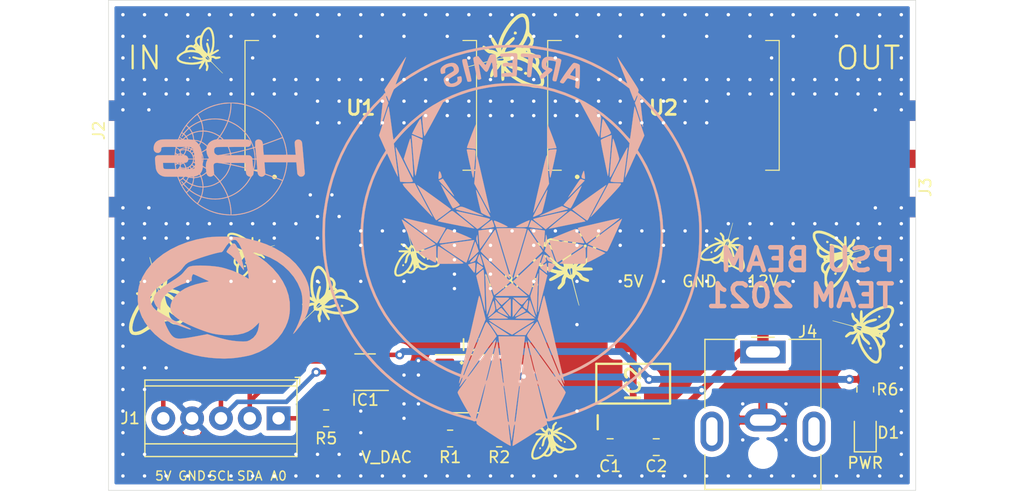
<source format=kicad_pcb>
(kicad_pcb (version 20171130) (host pcbnew "(5.1.9)-1")
  (layers (0 F.Cu signal) (31 B.Cu signal) (34 B.Paste user) (35 F.Paste user) (36 B.SilkS user) (37 F.SilkS user) (38 B.Mask user) (39 F.Mask user) (44 Edge.Cuts user))
  (net 0 "")
  (net 1 5V)
  (net 2 GND)
  (net 3 SCL)
  (net 4 SDA)
  (net 5 Signal_In)
  (net 6 Signal_Out)
  (net 7 "Net-(U1-Pad7)")
  (net 8 A0)
  (net 9 "Net-(IC3-Pad8)")
  (net 10 "Net-(IC3-Pad2)")
  (net 11 "Net-(IC3-Pad1)")
  (net 12 12V)
  (net 13 "Net-(D1-Pad2)")
  (net 14 V_DAC)
  (net 15 V_Bias)
  (net 16 "Net-(IC3-Pad5)")
  (module "Phase Shifter Module:PSU_Logo" (layer F.Cu) (at 114.3 102.235)
    (fp_text reference PSU hide)
    (fp_text value LOGO hide)
  )
  (module "Phase Shifter Module:Artemis_Logo-Large" (layer F.Cu) (at 139.7 97.79)
    (fp_text reference Artemis hide)
    (fp_text value LOGO hide)
  )
  (module "Phase Shifter Module:TrackerFly_smallest" (layer F.Cu) (at 131.318 98.425)
    (fp_text reference G*** hide)
    (fp_text value LOGO hide)
  )
  (module TerminalBlock_TE-Connectivity:TerminalBlock_TE_282834-5_1x05_P2.54mm_Horizontal (layer F.Cu) (at 119.126 113.03 180)
    (fp_text reference J1 (at 13.081 0) (layer F.SilkS))
    (fp_text value Screw_Terminal_01x05)
    (pad 5 thru_hole circle (at 10.16 0 180) (size 2.1 2.1) (drill 1.1) (layers *.Cu *.Mask) (net 1 5V))
    (pad 4 thru_hole circle (at 7.62 0 180) (size 2.1 2.1) (drill 1.1) (layers *.Cu *.Mask) (net 2 GND))
    (pad 3 thru_hole circle (at 5.08 0 180) (size 2.1 2.1) (drill 1.1) (layers *.Cu *.Mask) (net 3 SCL))
    (pad 2 thru_hole circle (at 2.54 0 180) (size 2.1 2.1) (drill 1.1) (layers *.Cu *.Mask) (net 4 SDA))
    (pad 1 thru_hole rect (at 0 0 180) (size 2.1 2.1) (drill 1.1) (layers *.Cu *.Mask) (net 8 A0))
  )
  (module Package_SO:SOP-8_3.9x4.9mm_P1.27mm (layer F.Cu) (at 136.398 109.982)
    (fp_text reference IC3 (at 0 -3.4) (layer F.SilkS))
    (fp_text value LM741CN_NOPB)
    (pad 8 smd roundrect (at 2.625 -1.905) (size 1.65 0.6) (layers F.Cu F.Paste F.Mask) (net 9 "Net-(IC3-Pad8)"))
    (pad 7 smd roundrect (at 2.625 -0.635) (size 1.65 0.6) (layers F.Cu F.Paste F.Mask) (net 12 12V))
    (pad 6 smd roundrect (at 2.625 0.635) (size 1.65 0.6) (layers F.Cu F.Paste F.Mask) (net 15 V_Bias))
    (pad 5 smd roundrect (at 2.625 1.905) (size 1.65 0.6) (layers F.Cu F.Paste F.Mask) (net 16 "Net-(IC3-Pad5)"))
    (pad 4 smd roundrect (at -2.625 1.905) (size 1.65 0.6) (layers F.Cu F.Paste F.Mask) (net 2 GND))
    (pad 3 smd roundrect (at -2.625 0.635) (size 1.65 0.6) (layers F.Cu F.Paste F.Mask) (net 14 V_DAC))
    (pad 2 smd roundrect (at -2.625 -0.635) (size 1.65 0.6) (layers F.Cu F.Paste F.Mask) (net 10 "Net-(IC3-Pad2)"))
    (pad 1 smd roundrect (at -2.625 -1.905) (size 1.65 0.6) (layers F.Cu F.Paste F.Mask) (net 11 "Net-(IC3-Pad1)"))
  )
  (module Resistor_SMD:R_0805_2012Metric (layer F.Cu) (at 138.557 114.808 180)
    (fp_text reference R2 (at 0 -1.65) (layer F.SilkS))
    (fp_text value 10k)
    (pad 2 smd roundrect (at 0.9125 0 180) (size 1.025 1.4) (layers F.Cu F.Paste F.Mask) (roundrect_rratio 0.243902) (net 10 "Net-(IC3-Pad2)"))
    (pad 1 smd roundrect (at -0.9125 0 180) (size 1.025 1.4) (layers F.Cu F.Paste F.Mask) (roundrect_rratio 0.243902) (net 15 V_Bias))
  )
  (module Resistor_SMD:R_0805_2012Metric (layer F.Cu) (at 134.239 114.808 180)
    (fp_text reference R1 (at 0 -1.65) (layer F.SilkS))
    (fp_text value 10k)
    (pad 2 smd roundrect (at 0.9125 0 180) (size 1.025 1.4) (layers F.Cu F.Paste F.Mask) (roundrect_rratio 0.243902) (net 2 GND))
    (pad 1 smd roundrect (at -0.9125 0 180) (size 1.025 1.4) (layers F.Cu F.Paste F.Mask) (roundrect_rratio 0.243902) (net 10 "Net-(IC3-Pad2)"))
  )
  (module Resistor_SMD:R_0805_2012Metric (layer F.Cu) (at 170.815 110.49 90)
    (fp_text reference R6 (at 0 1.95 180) (layer F.SilkS))
    (fp_text value 620)
    (pad 2 smd roundrect (at 0.9125 0 90) (size 1.025 1.4) (layers F.Cu F.Paste F.Mask) (roundrect_rratio 0.243902) (net 1 5V))
    (pad 1 smd roundrect (at -0.9125 0 90) (size 1.025 1.4) (layers F.Cu F.Paste F.Mask) (roundrect_rratio 0.243902) (net 13 "Net-(D1-Pad2)"))
  )
  (module LED_SMD:LED_0805_2012Metric (layer F.Cu) (at 170.815 114.3 90)
    (fp_text reference D1 (at 0 2.032 180) (layer F.SilkS))
    (fp_text value PWR_LED)
    (pad 2 smd roundrect (at 0.9375 0 90) (size 0.975 1.4) (layers F.Cu F.Paste F.Mask) (net 13 "Net-(D1-Pad2)"))
    (pad 1 smd roundrect (at -0.9375 0 90) (size 0.975 1.4) (layers F.Cu F.Paste F.Mask) (net 2 GND))
  )
  (module "Phase Shifter Module:TestPad_Medium" (layer F.Cu) (at 128.651 114.173)
    (fp_text reference V_DAC1 hide)
    (fp_text value Conn_01x01)
    (pad 1 smd circle (at 0 0) (size 2 2) (layers F.Cu F.Paste F.Mask) (net 14 V_DAC))
  )
  (module "Phase Shifter Module:TestPad_Medium" (layer F.Cu) (at 139.7 102.87)
    (fp_text reference V_Bias1 hide)
    (fp_text value Conn_01x01)
    (pad 1 smd circle (at 0 0) (size 2 2) (layers F.Cu F.Paste F.Mask) (net 15 V_Bias))
  )
  (module "Phase Shifter Module:TestPad_Medium" (layer F.Cu) (at 156.21 102.87)
    (fp_text reference GND1 hide)
    (fp_text value Conn_01x01)
    (pad 1 smd circle (at 0 0) (size 2 2) (layers F.Cu F.Paste F.Mask) (net 2 GND))
  )
  (module "Phase Shifter Module:TestPad_Medium" (layer F.Cu) (at 150.368 102.87)
    (fp_text reference 5V1 hide)
    (fp_text value Conn_01x01)
    (pad 1 smd circle (at 0 0) (size 2 2) (layers F.Cu F.Paste F.Mask) (net 1 5V))
  )
  (module "Phase Shifter Module:TestPad_Medium" (layer F.Cu) (at 161.798 102.87)
    (fp_text reference 12V1 hide)
    (fp_text value Conn_01x01)
    (pad 1 smd circle (at 0 0) (size 2 2) (layers F.Cu F.Paste F.Mask) (net 12 12V))
  )
  (module "Phase Shifter Module:TrackerFly_smallest" (layer F.Cu) (at 116.713 98.679 270)
    (fp_text reference G*** hide)
    (fp_text value LOGO hide)
  )
  (module "Phase Shifter Module:TrackerFly_smallest" (layer F.Cu) (at 112.395 81.28 210)
    (fp_text reference G*** hide)
    (fp_text value LOGO hide)
  )
  (module "Phase Shifter Module:TrackerFly_smallest" (layer F.Cu) (at 158.877 98.044 330)
    (fp_text reference G*** hide)
    (fp_text value LOGO hide)
  )
  (module "Phase Shifter Module:TrackerFly_smallest" (layer F.Cu) (at 143.383 114.554)
    (fp_text reference G*** hide)
    (fp_text value LOGO hide)
  )
  (module "Phase Shifter Module:TrackerFly_smaller" (layer F.Cu) (at 170.815 104.775 60)
    (fp_text reference G*** hide)
    (fp_text value LOGO hide)
  )
  (module "Phase Shifter Module:TrackerFly_smaller" (layer F.Cu) (at 122.682 102.489 120)
    (fp_text reference G*** hide)
    (fp_text value LOGO hide)
  )
  (module "Phase Shifter Module:TrackerFly_smaller" (layer F.Cu) (at 168.91 99.06 270)
    (fp_text reference G*** hide)
    (fp_text value LOGO hide)
  )
  (module "Phase Shifter Module:TrackerFly" (layer F.Cu) (at 144.145 99.695 180)
    (fp_text reference G*** hide)
    (fp_text value LOGO hide)
  )
  (module "Phase Shifter Module:TrackerFly" (layer F.Cu) (at 139.065 80.645 90)
    (fp_text reference G*** hide)
    (fp_text value LOGO hide)
  )
  (module "Phase Shifter Module:TrackerFly" (layer F.Cu) (at 109.22 102.235)
    (fp_text reference G*** hide)
    (fp_text value LOGO hide)
  )
  (module "Phase Shifter Module:HRG-logo" (layer F.Cu) (at 114.935 90.17)
    (fp_text reference G*** hide)
    (fp_text value LOGO hide)
  )
  (module "Phase Shifter Module:Amphenol_132255_Edge" (layer F.Cu) (at 104.14 90.17 270)
    (fp_text reference J2 (at -2.5 0.85 90) (layer F.SilkS))
    (fp_text value "Amphenol Edge Connector")
    (pad 1 smd rect (at 0 0 270) (size 1.6 5.6) (drill (offset 0 -2.8)) (layers F.Cu F.Paste F.Mask) (net 5 Signal_In))
    (pad 2 smd rect (at 4.25 -0.05 270) (size 1.8 5) (drill (offset 0 -2.45)) (layers F.Cu F.Paste F.Mask) (net 2 GND))
    (pad 2 smd rect (at -4.25 -0.05 270) (size 1.8 5) (drill (offset 0 -2.45)) (layers F.Cu F.Paste F.Mask) (net 2 GND))
    (pad 2 smd rect (at -4.25 -0.05 270) (size 1.8 5) (drill (offset 0 -2.45)) (layers B.Cu B.Paste B.Mask) (net 2 GND))
    (pad 2 smd rect (at 4.25 -0.05 270) (size 1.8 5) (drill (offset 0 -2.45)) (layers B.Cu B.Paste B.Mask) (net 2 GND))
  )
  (module "Phase Shifter Module:Amphenol_132255_Edge" (layer F.Cu) (at 175.26 90.17 90)
    (fp_text reference J3 (at -2.5 0.85 90) (layer F.SilkS))
    (fp_text value "Amphenol Edge Connector")
    (pad 1 smd rect (at 0 0 90) (size 1.6 5.6) (drill (offset 0 -2.8)) (layers F.Cu F.Paste F.Mask) (net 6 Signal_Out))
    (pad 2 smd rect (at 4.25 -0.05 90) (size 1.8 5) (drill (offset 0 -2.45)) (layers F.Cu F.Paste F.Mask) (net 2 GND))
    (pad 2 smd rect (at -4.25 -0.05 90) (size 1.8 5) (drill (offset 0 -2.45)) (layers F.Cu F.Paste F.Mask) (net 2 GND))
    (pad 2 smd rect (at -4.25 -0.05 90) (size 1.8 5) (drill (offset 0 -2.45)) (layers B.Cu B.Paste B.Mask) (net 2 GND))
    (pad 2 smd rect (at 4.25 -0.05 90) (size 1.8 5) (drill (offset 0 -2.45)) (layers B.Cu B.Paste B.Mask) (net 2 GND))
  )
  (module Resistor_SMD:R_0805_2012Metric (layer F.Cu) (at 123.317 113.03 180)
    (fp_text reference R5 (at 0 -1.778) (layer F.SilkS))
    (fp_text value 10k)
    (pad 2 smd roundrect (at 0.9125 0 180) (size 1.025 1.4) (layers F.Cu F.Paste F.Mask) (roundrect_rratio 0.2439004878048781) (net 8 A0))
    (pad 1 smd roundrect (at -0.9125 0 180) (size 1.025 1.4) (layers F.Cu F.Paste F.Mask) (roundrect_rratio 0.2439004878048781) (net 2 GND))
  )
  (module Connector_BarrelJack:BarrelJack_CUI_PJ-063AH_Horizontal (layer F.Cu) (at 161.798 107.188)
    (fp_text reference J4 (at 3.937 -1.778) (layer F.SilkS))
    (fp_text value Barrel_Jack)
    (pad "" np_thru_hole circle (at 0 9) (size 1.6 1.6) (drill 1.6) (layers *.Cu *.Mask))
    (pad MP thru_hole oval (at 4.5 7) (size 2 3.5) (drill oval 1 2.5) (layers *.Cu *.Mask))
    (pad MP thru_hole oval (at -4.5 7) (size 2 3.5) (drill oval 1 2.5) (layers *.Cu *.Mask))
    (pad 2 thru_hole oval (at 0 6) (size 3.3 2) (drill oval 2.3 1) (layers *.Cu *.Mask) (net 2 GND))
    (pad 1 thru_hole rect (at 0 0) (size 4 2) (drill oval 3 1) (layers *.Cu *.Mask) (net 12 12V))
  )
  (module Package_TO_SOT_SMD:SOT-23-6_Handsoldering (layer F.Cu) (at 126.746 108.966 180)
    (fp_text reference IC1 (at -0.005416 -2.443904) (layer F.SilkS))
    (fp_text value MCP4725A2T-E_CH)
    (pad 1 smd rect (at -1.35 -0.95 180) (size 1.56 0.65) (layers F.Cu F.Paste F.Mask) (net 14 V_DAC))
    (pad 2 smd rect (at -1.35 0 180) (size 1.56 0.65) (layers F.Cu F.Paste F.Mask) (net 2 GND))
    (pad 3 smd rect (at -1.35 0.95 180) (size 1.56 0.65) (layers F.Cu F.Paste F.Mask) (net 1 5V))
    (pad 4 smd rect (at 1.35 0.95 180) (size 1.56 0.65) (layers F.Cu F.Paste F.Mask) (net 4 SDA))
    (pad 6 smd rect (at 1.35 -0.95 180) (size 1.56 0.65) (layers F.Cu F.Paste F.Mask) (net 8 A0))
    (pad 5 smd rect (at 1.35 0 180) (size 1.56 0.65) (layers F.Cu F.Paste F.Mask) (net 3 SCL))
  )
  (module "Amphenol Edge:Signal_Pad_to_2.97mm" (layer F.Cu) (at 173.99 90.17 180)
    (fp_text reference Taper hide)
    (fp_text value Signal_Pad_to_2.97mm)
    (pad 1 smd rect (at 3.75 0 180) (size 2.97 2.97) (layers F.Cu) (net 6 Signal_Out))
    (pad 1 smd custom (at 0 0 180) (size 1.5 1.5) (layers F.Cu) (net 6 Signal_Out) (options (clearance outline) (anchor rect)) (primitives (gr_poly (pts (xy -0.75 -0.75) (xy 0.75 -0.75) (xy 2.265 -1.485) (xy 5.235 -1.485) (xy 5.235 1.485) (xy 2.265 1.485) (xy 0.75 0.75) (xy -0.75 0.75)) (width 0))))
  )
  (module "Amphenol Edge:Signal_Pad_to_2.97mm" (layer F.Cu) (at 105.41 90.17)
    (fp_text reference Taper hide)
    (fp_text value Signal_Pad_to_2.97mm)
    (pad 1 smd rect (at 3.75 0) (size 2.97 2.97) (layers F.Cu) (net 5 Signal_In))
    (pad 1 smd custom (at 0 0) (size 1.5 1.5) (layers F.Cu) (net 5 Signal_In) (options (clearance outline) (anchor rect)) (primitives (gr_poly (pts (xy -0.75 -0.75) (xy 0.75 -0.75) (xy 2.265 -1.485) (xy 5.235 -1.485) (xy 5.235 1.485) (xy 2.265 1.485) (xy 0.75 0.75) (xy -0.75 0.75)) (width 0))))
  )
  (module "Amphenol Edge:1.5mm_to_2.97mm" (layer F.Cu) (at 118.8212 90.17 180)
    (fp_text reference Taper hide)
    (fp_text value 1.5mm_to_2.97mm)
    (pad 1 smd rect (at 3.75 0 180) (size 1.5 2.97) (layers F.Cu) (net 5 Signal_In))
    (pad 1 smd custom (at 0 0 180) (size 1.5 2.5) (layers F.Cu) (net 5 Signal_In) (options (clearance outline) (anchor rect)) (primitives (gr_poly (pts (xy -0.75 -1.25) (xy 0.75 -1.25) (xy 3 -1.485) (xy 4.5 -1.485) (xy 4.5 1.485) (xy 3 1.485) (xy 0.75 1.25) (xy -0.75 1.25)) (width 0))))
  )
  (module "Amphenol Edge:1.5mm_to_2.97mm" (layer F.Cu) (at 160.5788 90.17)
    (fp_text reference Taper hide)
    (fp_text value 1.5mm_to_2.97mm)
    (pad 1 smd rect (at 3.75 0) (size 1.5 2.97) (layers F.Cu) (net 6 Signal_Out))
    (pad 1 smd custom (at 0 0) (size 1.5 2.5) (layers F.Cu) (net 6 Signal_Out) (options (clearance outline) (anchor rect)) (primitives (gr_poly (pts (xy -0.75 -1.25) (xy 0.75 -1.25) (xy 3 -1.485) (xy 4.5 -1.485) (xy 4.5 1.485) (xy 3 1.485) (xy 0.75 1.25) (xy -0.75 1.25)) (width 0))))
  )
  (module "Amphenol Edge:1.5mm_to_2.97mm" (layer F.Cu) (at 145.4912 90.17 180)
    (fp_text reference Taper hide)
    (fp_text value 1.5mm_to_2.97mm)
    (pad 1 smd rect (at 3.75 0 180) (size 1.5 2.97) (layers F.Cu) (net 7 "Net-(U1-Pad7)"))
    (pad 1 smd custom (at 0 0 180) (size 1.5 2.5) (layers F.Cu) (net 7 "Net-(U1-Pad7)") (options (clearance outline) (anchor rect)) (primitives (gr_poly (pts (xy -0.75 -1.25) (xy 0.75 -1.25) (xy 3 -1.485) (xy 4.5 -1.485) (xy 4.5 1.485) (xy 3 1.485) (xy 0.75 1.25) (xy -0.75 1.25)) (width 0))))
  )
  (module "Amphenol Edge:1.5mm_to_2.97mm" (layer F.Cu) (at 133.9088 90.17)
    (fp_text reference Taper hide)
    (fp_text value 1.5mm_to_2.97mm)
    (pad 1 smd rect (at 3.75 0) (size 1.5 2.97) (layers F.Cu) (net 7 "Net-(U1-Pad7)"))
    (pad 1 smd custom (at 0 0) (size 1.5 2.5) (layers F.Cu) (net 7 "Net-(U1-Pad7)") (options (clearance outline) (anchor rect)) (primitives (gr_poly (pts (xy -0.75 -1.25) (xy 0.75 -1.25) (xy 3 -1.485) (xy 4.5 -1.485) (xy 4.5 1.485) (xy 3 1.485) (xy 0.75 1.25) (xy -0.75 1.25)) (width 0))))
  )
  (module SamacSys_Parts:JSPHS661 (layer F.Cu) (at 153.035 85.6742)
    (fp_text reference U2 (at 0 0) (layer F.SilkS) (effects (font (size 1.27 1.27) (thickness 0.254))))
    (fp_text value JSPHS-661+ hide)
    (pad 1 smd rect (at -7.62 4.485) (size 1.65 2.54) (layers F.Cu F.Paste F.Mask) (net 7 "Net-(U1-Pad7)"))
    (pad 2 smd rect (at -5.08 4.485) (size 1.65 2.54) (layers F.Cu F.Paste F.Mask) (net 2 GND))
    (pad 3 smd rect (at -2.54 4.485) (size 1.65 2.54) (layers F.Cu F.Paste F.Mask) (net 2 GND))
    (pad 4 smd rect (at 0 4.485) (size 1.65 2.54) (layers F.Cu F.Paste F.Mask) (net 15 V_Bias))
    (pad 5 smd rect (at 2.54 4.485) (size 1.65 2.54) (layers F.Cu F.Paste F.Mask) (net 2 GND))
    (pad 6 smd rect (at 5.08 4.485) (size 1.65 2.54) (layers F.Cu F.Paste F.Mask) (net 15 V_Bias))
    (pad 7 smd rect (at 7.62 4.485) (size 1.65 2.54) (layers F.Cu F.Paste F.Mask) (net 6 Signal_Out))
    (pad 8 smd rect (at 7.62 -4.915) (size 1.65 2.54) (layers F.Cu F.Paste F.Mask) (net 2 GND))
    (pad 9 smd rect (at 5.08 -4.915) (size 1.65 2.54) (layers F.Cu F.Paste F.Mask) (net 2 GND))
    (pad 10 smd rect (at 2.54 -4.915) (size 1.65 2.54) (layers F.Cu F.Paste F.Mask) (net 2 GND))
    (pad 11 smd rect (at 0 -4.915) (size 1.65 2.54) (layers F.Cu F.Paste F.Mask) (net 2 GND))
    (pad 12 smd rect (at -2.54 -4.915) (size 1.65 2.54) (layers F.Cu F.Paste F.Mask) (net 2 GND))
    (pad 13 smd rect (at -5.08 -4.915) (size 1.65 2.54) (layers F.Cu F.Paste F.Mask) (net 2 GND))
    (pad 14 smd rect (at -7.62 -4.915) (size 1.65 2.54) (layers F.Cu F.Paste F.Mask) (net 2 GND))
  )
  (module Resistor_SMD:R_0805_2012Metric (layer F.Cu) (at 114.046 106.68 90)
    (fp_text reference R4 (at 2.8175 0 180) (layer F.SilkS))
    (fp_text value 10k)
    (pad 2 smd roundrect (at 0.9125 0 90) (size 1.025 1.4) (layers F.Cu F.Paste F.Mask) (roundrect_rratio 0.2439004878048781) (net 1 5V))
    (pad 1 smd roundrect (at -0.9125 0 90) (size 1.025 1.4) (layers F.Cu F.Paste F.Mask) (roundrect_rratio 0.2439004878048781) (net 3 SCL))
  )
  (module Resistor_SMD:R_0805_2012Metric (layer F.Cu) (at 116.586 106.68 90)
    (fp_text reference R3 (at 2.8175 0 180) (layer F.SilkS))
    (fp_text value 10k)
    (pad 2 smd roundrect (at 0.9125 0 90) (size 1.025 1.4) (layers F.Cu F.Paste F.Mask) (roundrect_rratio 0.2439004878048781) (net 1 5V))
    (pad 1 smd roundrect (at -0.9125 0 90) (size 1.025 1.4) (layers F.Cu F.Paste F.Mask) (roundrect_rratio 0.2439004878048781) (net 4 SDA))
  )
  (module Capacitor_SMD:C_0805_2012Metric (layer F.Cu) (at 148.336 115.57 180)
    (fp_text reference C1 (at 0 -1.68) (layer F.SilkS))
    (fp_text value 10uF)
    (pad 1 smd roundrect (at -0.95 0 180) (size 1 1.45) (layers F.Cu F.Paste F.Mask) (net 1 5V))
    (pad 2 smd roundrect (at 0.95 0 180) (size 1 1.45) (layers F.Cu F.Paste F.Mask) (net 2 GND))
  )
  (module Capacitor_SMD:C_0805_2012Metric (layer F.Cu) (at 152.4 115.57 180)
    (fp_text reference C2 (at 0 -1.68) (layer F.SilkS))
    (fp_text value 10uF)
    (pad 1 smd roundrect (at -0.95 0 180) (size 1 1.45) (layers F.Cu F.Paste F.Mask) (net 12 12V))
    (pad 2 smd roundrect (at 0.95 0 180) (size 1 1.45) (layers F.Cu F.Paste F.Mask) (net 2 GND))
  )
  (module NCP1117ST50T3G:SOT230P700X180-4N (layer F.Cu) (at 150.368 109.982 90)
    (fp_text reference IC2 (at 0 0 90) (layer F.SilkS) (effects (font (size 1.27 1.27) (thickness 0.254))))
    (fp_text value NCP1117ST50T3G hide)
    (pad 4 smd rect (at 3.4 0 90) (size 1.25 3.2) (layers F.Cu F.Paste F.Mask) (net 1 5V))
    (pad 3 smd rect (at -3.4 2.3 180) (size 0.95 1.25) (layers F.Cu F.Paste F.Mask) (net 12 12V))
    (pad 2 smd rect (at -3.4 0 180) (size 0.95 1.25) (layers F.Cu F.Paste F.Mask) (net 1 5V))
    (pad 1 smd rect (at -3.4 -2.3 180) (size 0.95 1.25) (layers F.Cu F.Paste F.Mask) (net 2 GND))
  )
  (module SamacSys_Parts:JSPHS661 (layer F.Cu) (at 126.365 85.6742)
    (fp_text reference U1 (at 0 0) (layer F.SilkS) (effects (font (size 1.27 1.27) (thickness 0.254))))
    (fp_text value JSPHS-661+ hide)
    (pad 1 smd rect (at -7.62 4.485) (size 1.65 2.54) (layers F.Cu F.Paste F.Mask) (net 5 Signal_In))
    (pad 2 smd rect (at -5.08 4.485) (size 1.65 2.54) (layers F.Cu F.Paste F.Mask) (net 2 GND))
    (pad 3 smd rect (at -2.54 4.485) (size 1.65 2.54) (layers F.Cu F.Paste F.Mask) (net 2 GND))
    (pad 4 smd rect (at 0 4.485) (size 1.65 2.54) (layers F.Cu F.Paste F.Mask) (net 15 V_Bias))
    (pad 5 smd rect (at 2.54 4.485) (size 1.65 2.54) (layers F.Cu F.Paste F.Mask) (net 2 GND))
    (pad 6 smd rect (at 5.08 4.485) (size 1.65 2.54) (layers F.Cu F.Paste F.Mask) (net 15 V_Bias))
    (pad 7 smd rect (at 7.62 4.485) (size 1.65 2.54) (layers F.Cu F.Paste F.Mask) (net 7 "Net-(U1-Pad7)"))
    (pad 8 smd rect (at 7.62 -4.915) (size 1.65 2.54) (layers F.Cu F.Paste F.Mask) (net 2 GND))
    (pad 9 smd rect (at 5.08 -4.915) (size 1.65 2.54) (layers F.Cu F.Paste F.Mask) (net 2 GND))
    (pad 10 smd rect (at 2.54 -4.915) (size 1.65 2.54) (layers F.Cu F.Paste F.Mask) (net 2 GND))
    (pad 11 smd rect (at 0 -4.915) (size 1.65 2.54) (layers F.Cu F.Paste F.Mask) (net 2 GND))
    (pad 12 smd rect (at -2.54 -4.915) (size 1.65 2.54) (layers F.Cu F.Paste F.Mask) (net 2 GND))
    (pad 13 smd rect (at -5.08 -4.915) (size 1.65 2.54) (layers F.Cu F.Paste F.Mask) (net 2 GND))
    (pad 14 smd rect (at -7.62 -4.915) (size 1.65 2.54) (layers F.Cu F.Paste F.Mask) (net 2 GND))
  )
  (gr_text PWR (at 170.815 116.967) (layer F.SilkS) (effects (font (size 1 1))))
  (gr_text . (at 135.255 107.315) (layer F.SilkS) (effects (font (size 2 2))))
  (gr_text V_DAC (at 128.651 116.459) (layer F.SilkS) (effects (font (size 1 1))))
  (gr_text V_Bias (at 139.7 100.965) (layer F.SilkS) (effects (font (size 1 1))))
  (gr_text 5V (at 150.368 100.965) (layer F.SilkS) (effects (font (size 1 1))))
  (gr_text 12V (at 161.798 100.965) (layer F.SilkS) (effects (font (size 1 1))))
  (gr_text GND (at 156.21 100.965) (layer F.SilkS) (effects (font (size 1 1))))
  (gr_text "TEAM 2021" (at 165.1 102.235) (layer B.SilkS) (effects (font (size 2 2) (thickness 0.4)) (justify mirror)))
  (gr_text "PSU BEAM" (at 165.735 99.06) (layer B.SilkS) (effects (font (size 2 2) (thickness 0.4)) (justify mirror)))
  (gr_text OUT (at 171.069 81.28) (layer F.SilkS) (effects (font (size 2 2) (thickness 0.2))))
  (gr_text IN (at 107.315 81.28) (layer F.SilkS) (effects (font (size 2 2) (thickness 0.2))))
  (gr_text GND (at 111.506 118.11) (layer F.SilkS) (effects (font (size 0.8 0.8) (thickness 0.12))))
  (gr_text SDA (at 116.586 118.11) (layer F.SilkS) (effects (font (size 0.8 0.8) (thickness 0.12))))
  (gr_text SCL (at 114.046 118.11) (layer F.SilkS) (effects (font (size 0.8 0.8) (thickness 0.12))))
  (gr_text 5V (at 108.966 118.11) (layer F.SilkS) (effects (font (size 0.8 0.8) (thickness 0.12))))
  (gr_text A0 (at 119.126 118.11) (layer F.SilkS) (effects (font (size 0.8 0.8) (thickness 0.12))))
  (gr_line (start 175.26 76.2) (end 104.14 76.2) (layer Edge.Cuts) (width 0.05))
  (gr_line (start 175.26 119.38) (end 175.26 76.2) (layer Edge.Cuts) (width 0.05))
  (gr_line (start 104.14 119.38) (end 175.26 119.38) (layer Edge.Cuts) (width 0.05))
  (gr_line (start 104.14 76.2) (end 104.14 119.38) (layer Edge.Cuts) (width 0.05))
  (via (at 107.315 116.205) (size 0.6) (drill 0.3) (layers F.Cu B.Cu) (net 2))
  (segment (start 150.368 113.382) (end 150.368 113.538) (width 0.6) (layer F.Cu) (net 1))
  (segment (start 150.368 106.582) (end 150.368 103.378) (width 1) (layer F.Cu) (net 1))
  (via (at 169.418 109.601) (size 0.8) (drill 0.4) (layers F.Cu B.Cu) (net 1))
  (via (at 151.765 109.601) (size 0.8) (drill 0.4) (layers F.Cu B.Cu) (net 1))
  (segment (start 151.765 109.601) (end 150.622 108.458) (width 0.6) (layer F.Cu) (net 1))
  (segment (start 150.368 108.458) (end 150.368 113.538) (width 0.6) (layer F.Cu) (net 1))
  (segment (start 150.622 108.458) (end 150.368 108.458) (width 0.6) (layer F.Cu) (net 1))
  (segment (start 150.368 106.582) (end 150.368 108.458) (width 0.6) (layer F.Cu) (net 1))
  (segment (start 151.765 109.601) (end 169.418 109.601) (width 0.6) (layer B.Cu) (net 1))
  (segment (start 169.418 109.601) (end 170.815 109.601) (width 0.6) (layer F.Cu) (net 1))
  (segment (start 116.586 105.7675) (end 114.1965 105.7675) (width 0.4) (layer F.Cu) (net 1))
  (segment (start 114.1965 105.7675) (end 114.046 105.918) (width 0.4) (layer F.Cu) (net 1))
  (segment (start 114.046 105.918) (end 108.966 110.998) (width 0.4) (layer F.Cu) (net 1))
  (segment (start 108.966 110.998) (end 108.966 113.03) (width 0.4) (layer F.Cu) (net 1))
  (segment (start 128.096 108.016) (end 125.871 105.791) (width 0.4) (layer F.Cu) (net 1))
  (segment (start 125.871 105.791) (end 116.586 105.791) (width 0.4) (layer F.Cu) (net 1))
  (segment (start 150.368 113.382) (end 150.368 114.554) (width 0.6) (layer F.Cu) (net 1))
  (segment (start 150.368 114.554) (end 149.352 115.57) (width 0.6) (layer F.Cu) (net 1))
  (via (at 153.035 118.11) (size 0.6) (drill 0.3) (layers F.Cu B.Cu) (net 2))
  (via (at 147.32 118.11) (size 0.6) (drill 0.3) (layers F.Cu B.Cu) (net 2))
  (via (at 105.41 112.395) (size 0.6) (drill 0.3) (layers F.Cu B.Cu) (net 2))
  (via (at 105.41 114.3) (size 0.6) (drill 0.3) (layers F.Cu B.Cu) (net 2))
  (via (at 171.704 85.852) (size 0.6) (drill 0.3) (layers F.Cu B.Cu) (net 2))
  (via (at 173.99 85.852) (size 0.6) (drill 0.3) (layers F.Cu B.Cu) (net 2))
  (via (at 173.99 94.488) (size 0.6) (drill 0.3) (layers F.Cu B.Cu) (net 2))
  (via (at 171.704 94.488) (size 0.6) (drill 0.3) (layers F.Cu B.Cu) (net 2))
  (via (at 107.696 85.852) (size 0.6) (drill 0.3) (layers F.Cu B.Cu) (net 2))
  (via (at 105.41 85.852) (size 0.6) (drill 0.3) (layers F.Cu B.Cu) (net 2))
  (via (at 107.696 94.488) (size 0.6) (drill 0.3) (layers F.Cu B.Cu) (net 2))
  (via (at 105.41 94.488) (size 0.6) (drill 0.3) (layers F.Cu B.Cu) (net 2))
  (via (at 134.62 96.52) (size 0.6) (drill 0.3) (layers F.Cu B.Cu) (net 2))
  (via (at 132.08 96.52) (size 0.6) (drill 0.3) (layers F.Cu B.Cu) (net 2))
  (via (at 134.62 97.79) (size 0.6) (drill 0.3) (layers F.Cu B.Cu) (net 2))
  (via (at 134.62 99.06) (size 0.6) (drill 0.3) (layers F.Cu B.Cu) (net 2))
  (via (at 130.175 96.52) (size 0.6) (drill 0.3) (layers F.Cu B.Cu) (net 2))
  (via (at 128.27 96.52) (size 0.6) (drill 0.3) (layers F.Cu B.Cu) (net 2))
  (via (at 126.365 96.52) (size 0.6) (drill 0.3) (layers F.Cu B.Cu) (net 2))
  (via (at 124.46 95.25) (size 0.6) (drill 0.3) (layers F.Cu B.Cu) (net 2))
  (via (at 123.825 93.345) (size 0.6) (drill 0.3) (layers F.Cu B.Cu) (net 2))
  (via (at 121.92 93.345) (size 0.6) (drill 0.3) (layers F.Cu B.Cu) (net 2))
  (via (at 120.65 95.885) (size 0.6) (drill 0.3) (layers F.Cu B.Cu) (net 2))
  (via (at 122.555 95.25) (size 0.6) (drill 0.3) (layers F.Cu B.Cu) (net 2))
  (via (at 118.745 95.885) (size 0.6) (drill 0.3) (layers F.Cu B.Cu) (net 2))
  (via (at 116.84 95.885) (size 0.6) (drill 0.3) (layers F.Cu B.Cu) (net 2))
  (via (at 114.935 95.885) (size 0.6) (drill 0.3) (layers F.Cu B.Cu) (net 2))
  (via (at 113.03 95.885) (size 0.6) (drill 0.3) (layers F.Cu B.Cu) (net 2))
  (via (at 111.125 95.885) (size 0.6) (drill 0.3) (layers F.Cu B.Cu) (net 2))
  (via (at 149.225 96.52) (size 0.6) (drill 0.3) (layers F.Cu B.Cu) (net 2))
  (via (at 151.13 96.52) (size 0.6) (drill 0.3) (layers F.Cu B.Cu) (net 2))
  (via (at 153.035 96.52) (size 0.6) (drill 0.3) (layers F.Cu B.Cu) (net 2))
  (via (at 154.94 96.52) (size 0.6) (drill 0.3) (layers F.Cu B.Cu) (net 2))
  (via (at 156.845 96.52) (size 0.6) (drill 0.3) (layers F.Cu B.Cu) (net 2))
  (via (at 158.75 95.885) (size 0.6) (drill 0.3) (layers F.Cu B.Cu) (net 2))
  (via (at 160.655 95.885) (size 0.6) (drill 0.3) (layers F.Cu B.Cu) (net 2))
  (via (at 162.56 95.885) (size 0.6) (drill 0.3) (layers F.Cu B.Cu) (net 2))
  (via (at 164.465 95.885) (size 0.6) (drill 0.3) (layers F.Cu B.Cu) (net 2))
  (via (at 166.37 95.885) (size 0.6) (drill 0.3) (layers F.Cu B.Cu) (net 2))
  (via (at 168.275 95.885) (size 0.6) (drill 0.3) (layers F.Cu B.Cu) (net 2))
  (via (at 122.555 86.995) (size 0.6) (drill 0.3) (layers F.Cu B.Cu) (net 2))
  (via (at 124.46 86.995) (size 0.6) (drill 0.3) (layers F.Cu B.Cu) (net 2))
  (via (at 126.365 86.995) (size 0.6) (drill 0.3) (layers F.Cu B.Cu) (net 2))
  (via (at 128.27 86.995) (size 0.6) (drill 0.3) (layers F.Cu B.Cu) (net 2))
  (via (at 130.175 86.995) (size 0.6) (drill 0.3) (layers F.Cu B.Cu) (net 2))
  (via (at 132.08 86.36) (size 0.6) (drill 0.3) (layers F.Cu B.Cu) (net 2))
  (via (at 120.65 84.455) (size 0.6) (drill 0.3) (layers F.Cu B.Cu) (net 2))
  (via (at 118.745 84.455) (size 0.6) (drill 0.3) (layers F.Cu B.Cu) (net 2))
  (via (at 116.84 84.455) (size 0.6) (drill 0.3) (layers F.Cu B.Cu) (net 2))
  (via (at 114.935 84.455) (size 0.6) (drill 0.3) (layers F.Cu B.Cu) (net 2))
  (via (at 113.03 84.455) (size 0.6) (drill 0.3) (layers F.Cu B.Cu) (net 2))
  (via (at 111.125 84.455) (size 0.6) (drill 0.3) (layers F.Cu B.Cu) (net 2))
  (via (at 122.555 85.09) (size 0.6) (drill 0.3) (layers F.Cu B.Cu) (net 2))
  (via (at 124.46 85.09) (size 0.6) (drill 0.3) (layers F.Cu B.Cu) (net 2))
  (via (at 126.365 85.09) (size 0.6) (drill 0.3) (layers F.Cu B.Cu) (net 2))
  (via (at 128.27 85.09) (size 0.6) (drill 0.3) (layers F.Cu B.Cu) (net 2))
  (via (at 130.175 85.09) (size 0.6) (drill 0.3) (layers F.Cu B.Cu) (net 2))
  (via (at 132.08 85.09) (size 0.6) (drill 0.3) (layers F.Cu B.Cu) (net 2))
  (via (at 132.08 83.185) (size 0.6) (drill 0.3) (layers F.Cu B.Cu) (net 2))
  (via (at 130.175 83.185) (size 0.6) (drill 0.3) (layers F.Cu B.Cu) (net 2))
  (via (at 128.27 83.185) (size 0.6) (drill 0.3) (layers F.Cu B.Cu) (net 2))
  (via (at 126.365 83.185) (size 0.6) (drill 0.3) (layers F.Cu B.Cu) (net 2))
  (via (at 124.46 83.185) (size 0.6) (drill 0.3) (layers F.Cu B.Cu) (net 2))
  (via (at 122.555 83.185) (size 0.6) (drill 0.3) (layers F.Cu B.Cu) (net 2))
  (via (at 120.65 83.185) (size 0.6) (drill 0.3) (layers F.Cu B.Cu) (net 2))
  (via (at 118.745 83.185) (size 0.6) (drill 0.3) (layers F.Cu B.Cu) (net 2))
  (via (at 133.985 85.09) (size 0.6) (drill 0.3) (layers F.Cu B.Cu) (net 2))
  (via (at 133.985 83.185) (size 0.6) (drill 0.3) (layers F.Cu B.Cu) (net 2))
  (via (at 133.985 86.36) (size 0.6) (drill 0.3) (layers F.Cu B.Cu) (net 2))
  (via (at 135.89 86.36) (size 0.6) (drill 0.3) (layers F.Cu B.Cu) (net 2))
  (via (at 137.795 86.36) (size 0.6) (drill 0.3) (layers F.Cu B.Cu) (net 2))
  (via (at 139.7 86.36) (size 0.6) (drill 0.3) (layers F.Cu B.Cu) (net 2))
  (via (at 141.605 86.36) (size 0.6) (drill 0.3) (layers F.Cu B.Cu) (net 2))
  (via (at 143.51 86.36) (size 0.6) (drill 0.3) (layers F.Cu B.Cu) (net 2))
  (via (at 145.415 86.36) (size 0.6) (drill 0.3) (layers F.Cu B.Cu) (net 2))
  (via (at 147.32 86.36) (size 0.6) (drill 0.3) (layers F.Cu B.Cu) (net 2))
  (via (at 149.225 86.995) (size 0.6) (drill 0.3) (layers F.Cu B.Cu) (net 2))
  (via (at 151.13 86.995) (size 0.6) (drill 0.3) (layers F.Cu B.Cu) (net 2))
  (via (at 153.035 86.995) (size 0.6) (drill 0.3) (layers F.Cu B.Cu) (net 2))
  (via (at 154.94 86.995) (size 0.6) (drill 0.3) (layers F.Cu B.Cu) (net 2))
  (via (at 156.845 86.995) (size 0.6) (drill 0.3) (layers F.Cu B.Cu) (net 2))
  (via (at 135.89 85.09) (size 0.6) (drill 0.3) (layers F.Cu B.Cu) (net 2))
  (via (at 137.795 85.09) (size 0.6) (drill 0.3) (layers F.Cu B.Cu) (net 2))
  (via (at 139.7 85.09) (size 0.6) (drill 0.3) (layers F.Cu B.Cu) (net 2))
  (via (at 141.605 85.09) (size 0.6) (drill 0.3) (layers F.Cu B.Cu) (net 2))
  (via (at 143.51 85.09) (size 0.6) (drill 0.3) (layers F.Cu B.Cu) (net 2))
  (via (at 145.415 85.09) (size 0.6) (drill 0.3) (layers F.Cu B.Cu) (net 2))
  (via (at 147.32 85.09) (size 0.6) (drill 0.3) (layers F.Cu B.Cu) (net 2))
  (via (at 149.225 85.09) (size 0.6) (drill 0.3) (layers F.Cu B.Cu) (net 2))
  (via (at 151.13 85.09) (size 0.6) (drill 0.3) (layers F.Cu B.Cu) (net 2))
  (via (at 153.035 85.09) (size 0.6) (drill 0.3) (layers F.Cu B.Cu) (net 2))
  (via (at 154.94 85.09) (size 0.6) (drill 0.3) (layers F.Cu B.Cu) (net 2))
  (via (at 156.845 85.09) (size 0.6) (drill 0.3) (layers F.Cu B.Cu) (net 2))
  (via (at 158.75 84.455) (size 0.6) (drill 0.3) (layers F.Cu B.Cu) (net 2))
  (via (at 160.655 84.455) (size 0.6) (drill 0.3) (layers F.Cu B.Cu) (net 2))
  (via (at 162.56 84.455) (size 0.6) (drill 0.3) (layers F.Cu B.Cu) (net 2))
  (via (at 164.465 84.455) (size 0.6) (drill 0.3) (layers F.Cu B.Cu) (net 2))
  (via (at 166.37 84.455) (size 0.6) (drill 0.3) (layers F.Cu B.Cu) (net 2))
  (via (at 168.275 84.455) (size 0.6) (drill 0.3) (layers F.Cu B.Cu) (net 2))
  (via (at 145.415 83.185) (size 0.6) (drill 0.3) (layers F.Cu B.Cu) (net 2))
  (via (at 147.32 83.185) (size 0.6) (drill 0.3) (layers F.Cu B.Cu) (net 2))
  (via (at 149.225 83.185) (size 0.6) (drill 0.3) (layers F.Cu B.Cu) (net 2))
  (via (at 151.13 83.185) (size 0.6) (drill 0.3) (layers F.Cu B.Cu) (net 2))
  (via (at 153.035 83.185) (size 0.6) (drill 0.3) (layers F.Cu B.Cu) (net 2))
  (via (at 154.94 83.185) (size 0.6) (drill 0.3) (layers F.Cu B.Cu) (net 2))
  (via (at 156.845 83.185) (size 0.6) (drill 0.3) (layers F.Cu B.Cu) (net 2))
  (via (at 158.75 83.185) (size 0.6) (drill 0.3) (layers F.Cu B.Cu) (net 2))
  (via (at 160.655 83.185) (size 0.6) (drill 0.3) (layers F.Cu B.Cu) (net 2))
  (via (at 162.56 83.185) (size 0.6) (drill 0.3) (layers F.Cu B.Cu) (net 2))
  (via (at 168.275 83.185) (size 0.6) (drill 0.3) (layers F.Cu B.Cu) (net 2))
  (via (at 170.18 83.185) (size 0.6) (drill 0.3) (layers F.Cu B.Cu) (net 2))
  (via (at 172.085 83.185) (size 0.6) (drill 0.3) (layers F.Cu B.Cu) (net 2))
  (via (at 173.99 83.185) (size 0.6) (drill 0.3) (layers F.Cu B.Cu) (net 2))
  (via (at 173.99 81.28) (size 0.6) (drill 0.3) (layers F.Cu B.Cu) (net 2))
  (via (at 173.99 79.375) (size 0.6) (drill 0.3) (layers F.Cu B.Cu) (net 2))
  (via (at 173.99 77.47) (size 0.6) (drill 0.3) (layers F.Cu B.Cu) (net 2))
  (via (at 172.085 77.47) (size 0.6) (drill 0.3) (layers F.Cu B.Cu) (net 2))
  (via (at 170.18 77.47) (size 0.6) (drill 0.3) (layers F.Cu B.Cu) (net 2))
  (via (at 168.275 77.47) (size 0.6) (drill 0.3) (layers F.Cu B.Cu) (net 2))
  (via (at 166.37 77.47) (size 0.6) (drill 0.3) (layers F.Cu B.Cu) (net 2))
  (via (at 164.465 77.47) (size 0.6) (drill 0.3) (layers F.Cu B.Cu) (net 2))
  (via (at 162.56 77.47) (size 0.6) (drill 0.3) (layers F.Cu B.Cu) (net 2))
  (via (at 168.275 97.155) (size 0.6) (drill 0.3) (layers F.Cu B.Cu) (net 2))
  (via (at 170.18 97.155) (size 0.6) (drill 0.3) (layers F.Cu B.Cu) (net 2))
  (via (at 172.085 97.155) (size 0.6) (drill 0.3) (layers F.Cu B.Cu) (net 2))
  (via (at 137.795 96.52) (size 0.6) (drill 0.3) (layers F.Cu B.Cu) (net 2))
  (via (at 147.32 96.52) (size 0.6) (drill 0.3) (layers F.Cu B.Cu) (net 2))
  (via (at 145.415 96.52) (size 0.6) (drill 0.3) (layers F.Cu B.Cu) (net 2))
  (via (at 143.51 96.52) (size 0.6) (drill 0.3) (layers F.Cu B.Cu) (net 2))
  (via (at 141.605 96.52) (size 0.6) (drill 0.3) (layers F.Cu B.Cu) (net 2))
  (via (at 139.7 96.52) (size 0.6) (drill 0.3) (layers F.Cu B.Cu) (net 2))
  (via (at 173.99 97.155) (size 0.6) (drill 0.3) (layers F.Cu B.Cu) (net 2))
  (via (at 137.795 97.79) (size 0.6) (drill 0.3) (layers F.Cu B.Cu) (net 2))
  (via (at 137.795 99.06) (size 0.6) (drill 0.3) (layers F.Cu B.Cu) (net 2))
  (via (at 160.655 77.47) (size 0.6) (drill 0.3) (layers F.Cu B.Cu) (net 2))
  (via (at 158.75 77.47) (size 0.6) (drill 0.3) (layers F.Cu B.Cu) (net 2))
  (via (at 156.845 77.47) (size 0.6) (drill 0.3) (layers F.Cu B.Cu) (net 2))
  (via (at 154.94 77.47) (size 0.6) (drill 0.3) (layers F.Cu B.Cu) (net 2))
  (via (at 153.035 77.47) (size 0.6) (drill 0.3) (layers F.Cu B.Cu) (net 2))
  (via (at 151.13 77.47) (size 0.6) (drill 0.3) (layers F.Cu B.Cu) (net 2))
  (via (at 149.225 77.47) (size 0.6) (drill 0.3) (layers F.Cu B.Cu) (net 2))
  (via (at 147.32 77.47) (size 0.6) (drill 0.3) (layers F.Cu B.Cu) (net 2))
  (via (at 145.415 77.47) (size 0.6) (drill 0.3) (layers F.Cu B.Cu) (net 2))
  (via (at 143.51 77.47) (size 0.6) (drill 0.3) (layers F.Cu B.Cu) (net 2))
  (via (at 141.605 77.47) (size 0.6) (drill 0.3) (layers F.Cu B.Cu) (net 2))
  (via (at 139.7 77.47) (size 0.6) (drill 0.3) (layers F.Cu B.Cu) (net 2))
  (via (at 137.795 77.47) (size 0.6) (drill 0.3) (layers F.Cu B.Cu) (net 2))
  (via (at 135.89 77.47) (size 0.6) (drill 0.3) (layers F.Cu B.Cu) (net 2))
  (via (at 133.985 77.47) (size 0.6) (drill 0.3) (layers F.Cu B.Cu) (net 2))
  (via (at 132.08 77.47) (size 0.6) (drill 0.3) (layers F.Cu B.Cu) (net 2))
  (via (at 130.175 77.47) (size 0.6) (drill 0.3) (layers F.Cu B.Cu) (net 2))
  (via (at 128.27 77.47) (size 0.6) (drill 0.3) (layers F.Cu B.Cu) (net 2))
  (via (at 126.365 77.47) (size 0.6) (drill 0.3) (layers F.Cu B.Cu) (net 2))
  (via (at 124.46 77.47) (size 0.6) (drill 0.3) (layers F.Cu B.Cu) (net 2))
  (via (at 122.555 77.47) (size 0.6) (drill 0.3) (layers F.Cu B.Cu) (net 2))
  (via (at 120.65 77.47) (size 0.6) (drill 0.3) (layers F.Cu B.Cu) (net 2))
  (via (at 118.745 77.47) (size 0.6) (drill 0.3) (layers F.Cu B.Cu) (net 2))
  (via (at 116.84 77.47) (size 0.6) (drill 0.3) (layers F.Cu B.Cu) (net 2))
  (via (at 114.935 77.47) (size 0.6) (drill 0.3) (layers F.Cu B.Cu) (net 2))
  (via (at 113.03 77.47) (size 0.6) (drill 0.3) (layers F.Cu B.Cu) (net 2))
  (via (at 111.125 77.47) (size 0.6) (drill 0.3) (layers F.Cu B.Cu) (net 2))
  (via (at 109.22 77.47) (size 0.6) (drill 0.3) (layers F.Cu B.Cu) (net 2))
  (via (at 107.315 77.47) (size 0.6) (drill 0.3) (layers F.Cu B.Cu) (net 2))
  (via (at 105.41 77.47) (size 0.6) (drill 0.3) (layers F.Cu B.Cu) (net 2))
  (via (at 105.41 79.375) (size 0.6) (drill 0.3) (layers F.Cu B.Cu) (net 2))
  (via (at 105.41 81.28) (size 0.6) (drill 0.3) (layers F.Cu B.Cu) (net 2))
  (via (at 105.41 83.185) (size 0.6) (drill 0.3) (layers F.Cu B.Cu) (net 2))
  (via (at 107.315 83.185) (size 0.6) (drill 0.3) (layers F.Cu B.Cu) (net 2))
  (via (at 109.22 83.185) (size 0.6) (drill 0.3) (layers F.Cu B.Cu) (net 2))
  (via (at 111.125 83.185) (size 0.6) (drill 0.3) (layers F.Cu B.Cu) (net 2))
  (via (at 111.125 97.155) (size 0.6) (drill 0.3) (layers F.Cu B.Cu) (net 2))
  (via (at 109.22 97.155) (size 0.6) (drill 0.3) (layers F.Cu B.Cu) (net 2))
  (via (at 107.315 97.155) (size 0.6) (drill 0.3) (layers F.Cu B.Cu) (net 2))
  (via (at 105.41 97.155) (size 0.6) (drill 0.3) (layers F.Cu B.Cu) (net 2))
  (via (at 105.41 99.06) (size 0.6) (drill 0.3) (layers F.Cu B.Cu) (net 2))
  (via (at 105.41 100.965) (size 0.6) (drill 0.3) (layers F.Cu B.Cu) (net 2))
  (via (at 105.41 102.87) (size 0.6) (drill 0.3) (layers F.Cu B.Cu) (net 2))
  (via (at 105.41 104.775) (size 0.6) (drill 0.3) (layers F.Cu B.Cu) (net 2))
  (via (at 105.41 106.68) (size 0.6) (drill 0.3) (layers F.Cu B.Cu) (net 2))
  (via (at 105.41 108.585) (size 0.6) (drill 0.3) (layers F.Cu B.Cu) (net 2))
  (via (at 105.41 110.49) (size 0.6) (drill 0.3) (layers F.Cu B.Cu) (net 2))
  (via (at 173.99 104.775) (size 0.6) (drill 0.3) (layers F.Cu B.Cu) (net 2))
  (via (at 173.99 102.87) (size 0.6) (drill 0.3) (layers F.Cu B.Cu) (net 2))
  (via (at 173.99 100.965) (size 0.6) (drill 0.3) (layers F.Cu B.Cu) (net 2))
  (via (at 173.99 99.06) (size 0.6) (drill 0.3) (layers F.Cu B.Cu) (net 2))
  (via (at 170.18 100.965) (size 0.6) (drill 0.3) (layers F.Cu B.Cu) (net 2))
  (via (at 164.465 100.965) (size 0.6) (drill 0.3) (layers F.Cu B.Cu) (net 2))
  (via (at 160.655 100.965) (size 0.6) (drill 0.3) (layers F.Cu B.Cu) (net 2))
  (via (at 156.845 100.965) (size 0.6) (drill 0.3) (layers F.Cu B.Cu) (net 2))
  (via (at 153.035 100.965) (size 0.6) (drill 0.3) (layers F.Cu B.Cu) (net 2))
  (via (at 149.225 100.965) (size 0.6) (drill 0.3) (layers F.Cu B.Cu) (net 2))
  (via (at 145.415 100.965) (size 0.6) (drill 0.3) (layers F.Cu B.Cu) (net 2))
  (via (at 141.605 100.965) (size 0.6) (drill 0.3) (layers F.Cu B.Cu) (net 2))
  (via (at 141.605 97.79) (size 0.6) (drill 0.3) (layers F.Cu B.Cu) (net 2))
  (via (at 145.415 97.79) (size 0.6) (drill 0.3) (layers F.Cu B.Cu) (net 2))
  (via (at 149.225 97.79) (size 0.6) (drill 0.3) (layers F.Cu B.Cu) (net 2))
  (via (at 153.035 97.79) (size 0.6) (drill 0.3) (layers F.Cu B.Cu) (net 2))
  (via (at 156.845 97.79) (size 0.6) (drill 0.3) (layers F.Cu B.Cu) (net 2))
  (via (at 160.655 97.155) (size 0.6) (drill 0.3) (layers F.Cu B.Cu) (net 2))
  (via (at 164.465 97.155) (size 0.6) (drill 0.3) (layers F.Cu B.Cu) (net 2))
  (via (at 126.365 100.965) (size 0.6) (drill 0.3) (layers F.Cu B.Cu) (net 2))
  (via (at 122.555 100.965) (size 0.6) (drill 0.3) (layers F.Cu B.Cu) (net 2))
  (via (at 118.745 100.965) (size 0.6) (drill 0.3) (layers F.Cu B.Cu) (net 2))
  (via (at 114.935 100.965) (size 0.6) (drill 0.3) (layers F.Cu B.Cu) (net 2))
  (via (at 130.175 97.79) (size 0.6) (drill 0.3) (layers F.Cu B.Cu) (net 2))
  (via (at 126.365 97.79) (size 0.6) (drill 0.3) (layers F.Cu B.Cu) (net 2))
  (via (at 122.555 97.155) (size 0.6) (drill 0.3) (layers F.Cu B.Cu) (net 2))
  (via (at 118.745 97.155) (size 0.6) (drill 0.3) (layers F.Cu B.Cu) (net 2))
  (via (at 114.935 97.155) (size 0.6) (drill 0.3) (layers F.Cu B.Cu) (net 2))
  (via (at 111.125 100.965) (size 0.6) (drill 0.3) (layers F.Cu B.Cu) (net 2))
  (via (at 107.315 100.965) (size 0.6) (drill 0.3) (layers F.Cu B.Cu) (net 2))
  (via (at 137.795 79.375) (size 0.6) (drill 0.3) (layers F.Cu B.Cu) (net 2))
  (via (at 141.605 79.375) (size 0.6) (drill 0.3) (layers F.Cu B.Cu) (net 2))
  (via (at 137.795 83.185) (size 0.6) (drill 0.3) (layers F.Cu B.Cu) (net 2))
  (via (at 141.605 83.185) (size 0.6) (drill 0.3) (layers F.Cu B.Cu) (net 2))
  (via (at 114.935 79.375) (size 0.6) (drill 0.3) (layers F.Cu B.Cu) (net 2))
  (via (at 111.125 79.375) (size 0.6) (drill 0.3) (layers F.Cu B.Cu) (net 2))
  (via (at 107.315 79.375) (size 0.6) (drill 0.3) (layers F.Cu B.Cu) (net 2))
  (via (at 114.935 83.185) (size 0.6) (drill 0.3) (layers F.Cu B.Cu) (net 2))
  (via (at 172.085 79.375) (size 0.6) (drill 0.3) (layers F.Cu B.Cu) (net 2))
  (via (at 168.275 79.375) (size 0.6) (drill 0.3) (layers F.Cu B.Cu) (net 2))
  (via (at 164.465 79.375) (size 0.6) (drill 0.3) (layers F.Cu B.Cu) (net 2))
  (via (at 164.465 83.185) (size 0.6) (drill 0.3) (layers F.Cu B.Cu) (net 2))
  (via (at 166.37 83.185) (size 0.6) (drill 0.3) (layers F.Cu B.Cu) (net 2))
  (via (at 118.745 79.375) (size 0.6) (drill 0.3) (layers F.Cu B.Cu) (net 2))
  (via (at 122.555 79.375) (size 0.6) (drill 0.3) (layers F.Cu B.Cu) (net 2))
  (via (at 126.365 79.375) (size 0.6) (drill 0.3) (layers F.Cu B.Cu) (net 2))
  (via (at 130.175 79.375) (size 0.6) (drill 0.3) (layers F.Cu B.Cu) (net 2))
  (via (at 133.985 79.375) (size 0.6) (drill 0.3) (layers F.Cu B.Cu) (net 2))
  (via (at 135.89 81.28) (size 0.6) (drill 0.3) (layers F.Cu B.Cu) (net 2))
  (via (at 139.7 81.28) (size 0.6) (drill 0.3) (layers F.Cu B.Cu) (net 2))
  (via (at 116.84 81.28) (size 0.6) (drill 0.3) (layers F.Cu B.Cu) (net 2))
  (via (at 143.51 81.28) (size 0.6) (drill 0.3) (layers F.Cu B.Cu) (net 2))
  (via (at 162.56 81.28) (size 0.6) (drill 0.3) (layers F.Cu B.Cu) (net 2))
  (via (at 105.41 116.205) (size 0.6) (drill 0.3) (layers F.Cu B.Cu) (net 2))
  (via (at 105.41 118.11) (size 0.6) (drill 0.3) (layers F.Cu B.Cu) (net 2))
  (via (at 107.315 118.11) (size 0.6) (drill 0.3) (layers F.Cu B.Cu) (net 2))
  (via (at 154.94 118.11) (size 0.6) (drill 0.3) (layers F.Cu B.Cu) (net 2))
  (via (at 158.75 118.11) (size 0.6) (drill 0.3) (layers F.Cu B.Cu) (net 2))
  (via (at 162.56 118.11) (size 0.6) (drill 0.3) (layers F.Cu B.Cu) (net 2))
  (via (at 173.99 106.68) (size 0.6) (drill 0.3) (layers F.Cu B.Cu) (net 2))
  (via (at 173.99 108.585) (size 0.6) (drill 0.3) (layers F.Cu B.Cu) (net 2))
  (via (at 173.99 110.49) (size 0.6) (drill 0.3) (layers F.Cu B.Cu) (net 2))
  (via (at 173.99 112.395) (size 0.6) (drill 0.3) (layers F.Cu B.Cu) (net 2))
  (via (at 173.99 114.3) (size 0.6) (drill 0.3) (layers F.Cu B.Cu) (net 2))
  (via (at 173.99 116.205) (size 0.6) (drill 0.3) (layers F.Cu B.Cu) (net 2))
  (via (at 173.99 118.11) (size 0.6) (drill 0.3) (layers F.Cu B.Cu) (net 2))
  (via (at 163.83 111.76) (size 0.6) (drill 0.3) (layers F.Cu B.Cu) (net 2))
  (via (at 160.02 111.76) (size 0.6) (drill 0.3) (layers F.Cu B.Cu) (net 2))
  (via (at 109.22 118.11) (size 0.6) (drill 0.3) (layers F.Cu B.Cu) (net 2))
  (via (at 166.37 118.11) (size 0.6) (drill 0.3) (layers F.Cu B.Cu) (net 2))
  (via (at 170.18 118.11) (size 0.6) (drill 0.3) (layers F.Cu B.Cu) (net 2))
  (via (at 111.125 118.11) (size 0.6) (drill 0.3) (layers F.Cu B.Cu) (net 2))
  (via (at 113.03 118.11) (size 0.6) (drill 0.3) (layers F.Cu B.Cu) (net 2))
  (via (at 114.935 118.11) (size 0.6) (drill 0.3) (layers F.Cu B.Cu) (net 2))
  (via (at 116.84 118.11) (size 0.6) (drill 0.3) (layers F.Cu B.Cu) (net 2))
  (via (at 118.745 118.11) (size 0.6) (drill 0.3) (layers F.Cu B.Cu) (net 2))
  (via (at 120.65 118.11) (size 0.6) (drill 0.3) (layers F.Cu B.Cu) (net 2))
  (via (at 122.555 118.11) (size 0.6) (drill 0.3) (layers F.Cu B.Cu) (net 2))
  (via (at 124.46 118.11) (size 0.6) (drill 0.3) (layers F.Cu B.Cu) (net 2))
  (via (at 126.365 118.11) (size 0.6) (drill 0.3) (layers F.Cu B.Cu) (net 2))
  (via (at 128.27 118.11) (size 0.6) (drill 0.3) (layers F.Cu B.Cu) (net 2))
  (via (at 130.175 118.11) (size 0.6) (drill 0.3) (layers F.Cu B.Cu) (net 2))
  (via (at 132.08 118.11) (size 0.6) (drill 0.3) (layers F.Cu B.Cu) (net 2))
  (via (at 133.985 118.11) (size 0.6) (drill 0.3) (layers F.Cu B.Cu) (net 2))
  (via (at 135.89 118.11) (size 0.6) (drill 0.3) (layers F.Cu B.Cu) (net 2))
  (via (at 137.795 118.11) (size 0.6) (drill 0.3) (layers F.Cu B.Cu) (net 2))
  (via (at 139.7 118.11) (size 0.6) (drill 0.3) (layers F.Cu B.Cu) (net 2))
  (via (at 141.605 118.11) (size 0.6) (drill 0.3) (layers F.Cu B.Cu) (net 2))
  (via (at 143.51 118.11) (size 0.6) (drill 0.3) (layers F.Cu B.Cu) (net 2))
  (via (at 145.415 118.11) (size 0.6) (drill 0.3) (layers F.Cu B.Cu) (net 2))
  (via (at 149.225 118.11) (size 0.6) (drill 0.3) (layers F.Cu B.Cu) (net 2))
  (via (at 151.13 118.11) (size 0.6) (drill 0.3) (layers F.Cu B.Cu) (net 2))
  (via (at 156.845 118.11) (size 0.6) (drill 0.3) (layers F.Cu B.Cu) (net 2))
  (via (at 160.655 118.11) (size 0.6) (drill 0.3) (layers F.Cu B.Cu) (net 2))
  (via (at 164.465 118.11) (size 0.6) (drill 0.3) (layers F.Cu B.Cu) (net 2))
  (via (at 168.275 118.11) (size 0.6) (drill 0.3) (layers F.Cu B.Cu) (net 2))
  (via (at 172.085 118.11) (size 0.6) (drill 0.3) (layers F.Cu B.Cu) (net 2))
  (via (at 134.62 100.33) (size 0.6) (drill 0.3) (layers F.Cu B.Cu) (net 2))
  (via (at 137.795 100.33) (size 0.6) (drill 0.3) (layers F.Cu B.Cu) (net 2))
  (via (at 137.795 101.6) (size 0.6) (drill 0.3) (layers F.Cu B.Cu) (net 2))
  (via (at 134.62 101.6) (size 0.6) (drill 0.3) (layers F.Cu B.Cu) (net 2))
  (via (at 145.415 104.775) (size 0.6) (drill 0.3) (layers F.Cu B.Cu) (net 2))
  (via (at 145.415 112.395) (size 0.6) (drill 0.3) (layers F.Cu B.Cu) (net 2))
  (via (at 170.18 95.885) (size 0.6) (drill 0.3) (layers F.Cu B.Cu) (net 2))
  (via (at 172.085 95.885) (size 0.6) (drill 0.3) (layers F.Cu B.Cu) (net 2))
  (via (at 173.99 95.885) (size 0.6) (drill 0.3) (layers F.Cu B.Cu) (net 2))
  (via (at 170.18 84.455) (size 0.6) (drill 0.3) (layers F.Cu B.Cu) (net 2))
  (via (at 172.085 84.455) (size 0.6) (drill 0.3) (layers F.Cu B.Cu) (net 2))
  (via (at 173.99 84.455) (size 0.6) (drill 0.3) (layers F.Cu B.Cu) (net 2))
  (via (at 109.22 95.885) (size 0.6) (drill 0.3) (layers F.Cu B.Cu) (net 2))
  (via (at 107.315 95.885) (size 0.6) (drill 0.3) (layers F.Cu B.Cu) (net 2))
  (via (at 105.41 95.885) (size 0.6) (drill 0.3) (layers F.Cu B.Cu) (net 2))
  (via (at 105.41 84.455) (size 0.6) (drill 0.3) (layers F.Cu B.Cu) (net 2))
  (via (at 107.315 84.455) (size 0.6) (drill 0.3) (layers F.Cu B.Cu) (net 2))
  (via (at 109.22 84.455) (size 0.6) (drill 0.3) (layers F.Cu B.Cu) (net 2))
  (via (at 145.415 79.375) (size 0.6) (drill 0.3) (layers F.Cu B.Cu) (net 2))
  (via (at 149.225 79.375) (size 0.6) (drill 0.3) (layers F.Cu B.Cu) (net 2))
  (via (at 153.035 79.375) (size 0.6) (drill 0.3) (layers F.Cu B.Cu) (net 2))
  (via (at 156.845 79.375) (size 0.6) (drill 0.3) (layers F.Cu B.Cu) (net 2))
  (via (at 160.655 79.375) (size 0.6) (drill 0.3) (layers F.Cu B.Cu) (net 2))
  (via (at 130.175 100.965) (size 0.6) (drill 0.3) (layers F.Cu B.Cu) (net 2))
  (via (at 122.555 116.205) (size 0.6) (drill 0.3) (layers F.Cu B.Cu) (net 2))
  (via (at 124.46 116.205) (size 0.6) (drill 0.3) (layers F.Cu B.Cu) (net 2))
  (via (at 107.315 108.585) (size 0.6) (drill 0.3) (layers F.Cu B.Cu) (net 2))
  (via (at 109.22 108.585) (size 0.6) (drill 0.3) (layers F.Cu B.Cu) (net 2))
  (via (at 120.65 116.205) (size 0.6) (drill 0.3) (layers F.Cu B.Cu) (net 2))
  (via (at 107.315 110.49) (size 0.6) (drill 0.3) (layers F.Cu B.Cu) (net 2))
  (via (at 129.794 107.442) (size 0.8) (drill 0.4) (layers F.Cu B.Cu) (net 1))
  (segment (start 130.086001 107.149999) (end 129.794 107.442) (width 0.6) (layer B.Cu) (net 1))
  (segment (start 149.313999 107.149999) (end 130.086001 107.149999) (width 0.6) (layer B.Cu) (net 1))
  (segment (start 151.765 109.601) (end 149.313999 107.149999) (width 0.6) (layer B.Cu) (net 1))
  (segment (start 129.794 107.442) (end 128.778 107.442) (width 0.4) (layer F.Cu) (net 1))
  (segment (start 128.778 107.442) (end 128.27 107.95) (width 0.4) (layer F.Cu) (net 1))
  (via (at 130.175 109.22) (size 0.6) (drill 0.3) (layers F.Cu B.Cu) (net 2))
  (via (at 131.445 109.22) (size 0.6) (drill 0.3) (layers F.Cu B.Cu) (net 2))
  (via (at 131.445 107.95) (size 0.6) (drill 0.3) (layers F.Cu B.Cu) (net 2))
  (via (at 130.175 111.76) (size 0.6) (drill 0.3) (layers F.Cu B.Cu) (net 2))
  (via (at 130.175 113.03) (size 0.6) (drill 0.3) (layers F.Cu B.Cu) (net 2))
  (via (at 131.445 111.76) (size 0.6) (drill 0.3) (layers F.Cu B.Cu) (net 2))
  (via (at 126.365 116.205) (size 0.6) (drill 0.3) (layers F.Cu B.Cu) (net 2))
  (via (at 126.365 114.3) (size 0.6) (drill 0.3) (layers F.Cu B.Cu) (net 2))
  (via (at 126.365 112.395) (size 0.6) (drill 0.3) (layers F.Cu B.Cu) (net 2))
  (segment (start 130.175 109.22) (end 129.935614 108.980614) (width 0.4) (layer F.Cu) (net 2))
  (segment (start 129.935614 108.980614) (end 128.509386 108.980614) (width 0.4) (layer F.Cu) (net 2))
  (via (at 163.83 114.935) (size 0.6) (drill 0.3) (layers F.Cu B.Cu) (net 2))
  (via (at 160.02 114.935) (size 0.6) (drill 0.3) (layers F.Cu B.Cu) (net 2))
  (via (at 140.716 109.347) (size 0.8) (drill 0.4) (layers F.Cu B.Cu) (net 12))
  (via (at 122.428 108.966) (size 0.8) (drill 0.4) (layers F.Cu B.Cu) (net 3))
  (segment (start 114.046 107.5925) (end 114.046 113.03) (width 0.4) (layer F.Cu) (net 3))
  (segment (start 119.814001 111.579999) (end 115.496001 111.579999) (width 0.4) (layer B.Cu) (net 3))
  (segment (start 122.428 108.966) (end 119.814001 111.579999) (width 0.4) (layer B.Cu) (net 3))
  (segment (start 115.496001 111.579999) (end 114.046 113.03) (width 0.4) (layer B.Cu) (net 3))
  (segment (start 122.428 108.966) (end 125.476 108.966) (width 0.4) (layer F.Cu) (net 3))
  (segment (start 116.586 110.49) (end 116.586 113.03) (width 0.4) (layer F.Cu) (net 4))
  (segment (start 116.586 107.5925) (end 116.586 110.49) (width 0.4) (layer F.Cu) (net 4))
  (segment (start 120.115076 108.016) (end 116.586 111.545076) (width 0.4) (layer F.Cu) (net 4))
  (segment (start 125.396 108.016) (end 120.115076 108.016) (width 0.4) (layer F.Cu) (net 4))
  (segment (start 109.16 90.17) (end 114.935 90.17) (width 2.97) (layer F.Cu) (net 5))
  (segment (start 164.3288 90.17) (end 170.815 90.17) (width 2.97) (layer F.Cu) (net 6))
  (segment (start 126.365 90.1592) (end 126.365 93.98) (width 1) (layer F.Cu) (net 15))
  (segment (start 126.365 93.98) (end 127 94.615) (width 1) (layer F.Cu) (net 15))
  (segment (start 130.81 94.615) (end 131.445 93.98) (width 1) (layer F.Cu) (net 15))
  (segment (start 131.445 93.98) (end 131.445 90.17) (width 1) (layer F.Cu) (net 15))
  (segment (start 153.035 90.1592) (end 153.035 93.98) (width 1) (layer F.Cu) (net 15))
  (segment (start 153.035 93.98) (end 153.67 94.615) (width 1) (layer F.Cu) (net 15))
  (segment (start 157.48 94.615) (end 158.115 93.98) (width 1) (layer F.Cu) (net 15))
  (segment (start 158.115 93.98) (end 158.115 90.17) (width 1) (layer F.Cu) (net 15))
  (segment (start 130.175 94.615) (end 130.81 94.615) (width 1) (layer F.Cu) (net 15))
  (segment (start 127 94.615) (end 130.175 94.615) (width 1) (layer F.Cu) (net 15))
  (segment (start 153.67 94.615) (end 154.305 94.615) (width 1) (layer F.Cu) (net 15))
  (segment (start 154.305 94.615) (end 157.48 94.615) (width 1) (layer F.Cu) (net 15))
  (segment (start 136.271 94.615) (end 130.175 94.615) (width 1) (layer F.Cu) (net 15))
  (segment (start 154.305 94.615) (end 136.271 94.615) (width 1) (layer F.Cu) (net 15))
  (segment (start 136.271 105.029) (end 136.271 104.14) (width 1) (layer F.Cu) (net 15))
  (segment (start 136.271 104.14) (end 136.271 94.615) (width 1) (layer F.Cu) (net 15))
  (segment (start 137.541 102.87) (end 136.271 104.14) (width 0.6) (layer F.Cu) (net 15))
  (segment (start 139.7 102.87) (end 137.541 102.87) (width 0.6) (layer F.Cu) (net 15))
  (segment (start 137.6588 90.17) (end 141.605 90.17) (width 2.97) (layer F.Cu) (net 7))
  (segment (start 125.396 109.916) (end 125.396 109.935) (width 0.4) (layer F.Cu) (net 8))
  (segment (start 125.396 109.935) (end 122.428 112.903) (width 0.4) (layer F.Cu) (net 8))
  (segment (start 122.428 112.903) (end 122.301 113.03) (width 0.4) (layer F.Cu) (net 8))
  (segment (start 122.301 113.03) (end 119.126 113.03) (width 0.4) (layer F.Cu) (net 8))
  (segment (start 134.598 109.347) (end 135.128 109.877) (width 0.6) (layer F.Cu) (net 10))
  (segment (start 133.773 109.347) (end 134.598 109.347) (width 0.6) (layer F.Cu) (net 10))
  (segment (start 135.128 109.877) (end 135.128 114.808) (width 0.6) (layer F.Cu) (net 10))
  (segment (start 135.128 114.808) (end 137.668 114.808) (width 0.6) (layer F.Cu) (net 10))
  (segment (start 161.798 107.188) (end 159.766 107.188) (width 0.6) (layer F.Cu) (net 12))
  (segment (start 159.766 107.188) (end 156.4005 110.5535) (width 0.6) (layer F.Cu) (net 12))
  (segment (start 153.416 113.538) (end 152.654 113.538) (width 0.6) (layer F.Cu) (net 12))
  (segment (start 161.798 103.378) (end 161.798 107.188) (width 1) (layer F.Cu) (net 12))
  (segment (start 152.668 113.382) (end 152.668 113.552) (width 0.6) (layer F.Cu) (net 12))
  (segment (start 152.668 113.552) (end 153.416 114.3) (width 0.6) (layer F.Cu) (net 12))
  (segment (start 153.416 114.3) (end 153.416 115.57) (width 0.6) (layer F.Cu) (net 12))
  (segment (start 156.4005 110.5535) (end 153.416 113.538) (width 0.6) (layer F.Cu) (net 12))
  (via (at 156.4005 110.5535) (size 0.8) (drill 0.4) (layers F.Cu B.Cu) (net 12))
  (segment (start 156.4005 110.5535) (end 150.6855 110.5535) (width 0.6) (layer B.Cu) (net 12))
  (segment (start 140.754001 109.385001) (end 140.716 109.347) (width 0.6) (layer B.Cu) (net 12))
  (segment (start 149.517001 109.385001) (end 140.754001 109.385001) (width 0.6) (layer B.Cu) (net 12))
  (segment (start 150.6855 110.5535) (end 149.517001 109.385001) (width 0.6) (layer B.Cu) (net 12))
  (segment (start 140.716 109.347) (end 138.938 109.347) (width 0.6) (layer F.Cu) (net 12))
  (segment (start 170.815 111.4025) (end 170.815 113.411) (width 0.6) (layer F.Cu) (net 13))
  (segment (start 128.096 109.916) (end 128.797 110.617) (width 0.6) (layer F.Cu) (net 14))
  (segment (start 128.797 110.617) (end 133.985 110.617) (width 0.6) (layer F.Cu) (net 14))
  (segment (start 128.651 114.173) (end 128.651 110.49) (width 0.6) (layer F.Cu) (net 14))
  (segment (start 128.651 110.49) (end 128.27 110.109) (width 0.6) (layer F.Cu) (net 14))
  (segment (start 136.271 108.622098) (end 138.265902 110.617) (width 1) (layer F.Cu) (net 15))
  (segment (start 136.271 105.029) (end 136.271 108.622098) (width 1) (layer F.Cu) (net 15))
  (segment (start 138.265902 110.617) (end 139.065 110.617) (width 1) (layer F.Cu) (net 15))
  (segment (start 140.34801 113.92949) (end 140.34801 111.13801) (width 0.6) (layer F.Cu) (net 15))
  (segment (start 139.4695 114.808) (end 140.34801 113.92949) (width 0.6) (layer F.Cu) (net 15))
  (segment (start 140.34801 111.13801) (end 139.827 110.617) (width 0.6) (layer F.Cu) (net 15))
  (segment (start 139.827 110.617) (end 139.065 110.617) (width 0.6) (layer F.Cu) (net 15))
  (zone (net 0) (net_name "") (layer F.Cu) (connect_pads (clearance 0.5)) (min_thickness 0.254)
    (keepout (tracks not_allowed) (vias not_allowed) (copperpour not_allowed))
    (fill (arc_segments 32) (thermal_gap 0.508) (thermal_bridge_width 0.508))
    (polygon (pts (xy 147.32 93.345) (xy 132.334 93.345) (xy 132.334 86.868) (xy 147.32 86.868)))
  )
  (zone (net 2) (net_name GND) (layer B.Cu) (connect_pads thru_hole_only (clearance 0.5)) (min_thickness 0.254) (fill yes (arc_segments 32) (thermal_gap 0.508) (thermal_bridge_width 0.508))
    (polygon (pts (xy 175.26 119.38) (xy 104.14 119.38) (xy 104.14 76.2) (xy 175.26 76.2)))
  )
  (zone (net 2) (net_name GND) (layer F.Cu) (connect_pads thru_hole_only (clearance 0.65)) (min_thickness 0.254) (fill yes (arc_segments 32) (thermal_gap 0.508) (thermal_bridge_width 0.8))
    (polygon (pts (xy 175.26 119.38) (xy 104.14 119.38) (xy 104.14 76.2) (xy 175.26 76.2)))
  )
  (zone (net 0) (net_name "") (layer F.Cu) (connect_pads (clearance 0.5)) (min_thickness 0.254)
    (keepout (tracks not_allowed) (vias not_allowed) (copperpour not_allowed))
    (fill (arc_segments 32) (thermal_gap 0.508) (thermal_bridge_width 0.508))
    (polygon (pts (xy 175.261136 95.123) (xy 159.002864 95.123) (xy 159.004 85.217) (xy 175.262272 85.217)))
  )
  (zone (net 0) (net_name "") (layer F.Cu) (connect_pads (clearance 0.5)) (min_thickness 0.254)
    (keepout (tracks not_allowed) (vias not_allowed) (copperpour not_allowed))
    (fill (arc_segments 32) (thermal_gap 0.508) (thermal_bridge_width 0.508))
    (polygon (pts (xy 120.65 95.123) (xy 104.14 95.123) (xy 104.14 85.217) (xy 120.65 85.217)))
  )
  (zone (net 0) (net_name "") (layer F.Cu) (connect_pads (clearance 0.65)) (min_thickness 0.254)
    (keepout (tracks not_allowed) (vias not_allowed) (copperpour not_allowed))
    (fill (arc_segments 32) (thermal_gap 0.508) (thermal_bridge_width 0.8))
    (polygon (pts (xy 130.048 92.964) (xy 127.762 92.964) (xy 127.762 91.567) (xy 130.048 91.567)))
  )
  (zone (net 0) (net_name "") (layer F.Cu) (connect_pads (clearance 0.65)) (min_thickness 0.254)
    (keepout (tracks not_allowed) (vias not_allowed) (copperpour not_allowed))
    (fill (arc_segments 32) (thermal_gap 0.508) (thermal_bridge_width 0.8))
    (polygon (pts (xy 156.718 92.964) (xy 154.432 92.964) (xy 154.432 91.567) (xy 156.718 91.567)))
  )
  (zone (net 0) (net_name "") (layer F.Cu) (connect_pads (clearance 0.65)) (min_thickness 0.254)
    (keepout (tracks not_allowed) (vias not_allowed) (copperpour not_allowed))
    (fill (arc_segments 32) (thermal_gap 0.508) (thermal_bridge_width 0.8))
    (polygon (pts (xy 151.765 93.345) (xy 147.32 93.345) (xy 147.32 92.075) (xy 151.765 92.075)))
  )
  (zone (net 0) (net_name "") (layer B.Cu) (connect_pads thru_hole_only (clearance 0.65)) (min_thickness 0.254)
    (keepout (tracks allowed) (vias allowed) (copperpour not_allowed))
    (fill (arc_segments 32) (thermal_gap 0.508) (thermal_bridge_width 0.8))
    (polygon (pts (xy 149.479 108.712) (xy 139.827 108.712) (xy 139.827 107.95) (xy 149.479 107.95)))
  )
)
</source>
